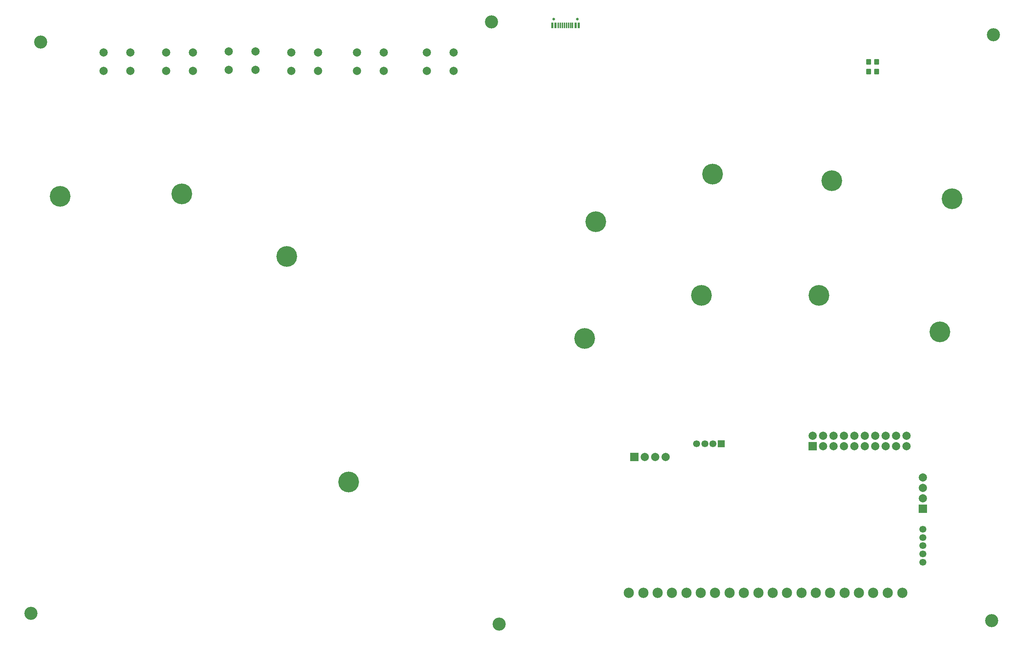
<source format=gts>
%TF.GenerationSoftware,KiCad,Pcbnew,(6.0.2)*%
%TF.CreationDate,2022-05-18T13:57:05-05:00*%
%TF.ProjectId,Pikin,50696b69-6e2e-46b6-9963-61645f706362,rev?*%
%TF.SameCoordinates,Original*%
%TF.FileFunction,Soldermask,Top*%
%TF.FilePolarity,Negative*%
%FSLAX46Y46*%
G04 Gerber Fmt 4.6, Leading zero omitted, Abs format (unit mm)*
G04 Created by KiCad (PCBNEW (6.0.2)) date 2022-05-18 13:57:05*
%MOMM*%
%LPD*%
G01*
G04 APERTURE LIST*
G04 Aperture macros list*
%AMRoundRect*
0 Rectangle with rounded corners*
0 $1 Rounding radius*
0 $2 $3 $4 $5 $6 $7 $8 $9 X,Y pos of 4 corners*
0 Add a 4 corners polygon primitive as box body*
4,1,4,$2,$3,$4,$5,$6,$7,$8,$9,$2,$3,0*
0 Add four circle primitives for the rounded corners*
1,1,$1+$1,$2,$3*
1,1,$1+$1,$4,$5*
1,1,$1+$1,$6,$7*
1,1,$1+$1,$8,$9*
0 Add four rect primitives between the rounded corners*
20,1,$1+$1,$2,$3,$4,$5,0*
20,1,$1+$1,$4,$5,$6,$7,0*
20,1,$1+$1,$6,$7,$8,$9,0*
20,1,$1+$1,$8,$9,$2,$3,0*%
G04 Aperture macros list end*
%ADD10C,5.050000*%
%ADD11C,2.000000*%
%ADD12C,0.650000*%
%ADD13R,0.600000X1.450000*%
%ADD14R,0.300000X1.450000*%
%ADD15C,3.200000*%
%ADD16RoundRect,0.250000X0.350000X0.450000X-0.350000X0.450000X-0.350000X-0.450000X0.350000X-0.450000X0*%
%ADD17RoundRect,0.250000X-0.350000X-0.450000X0.350000X-0.450000X0.350000X0.450000X-0.350000X0.450000X0*%
%ADD18R,2.000000X2.000000*%
%ADD19C,1.700000*%
%ADD20R,1.700000X1.700000*%
%ADD21C,2.500000*%
G04 APERTURE END LIST*
D10*
X319000000Y-109600000D03*
D11*
X127560000Y-73950000D03*
X134060000Y-73950000D03*
X127560000Y-78450000D03*
X134060000Y-78450000D03*
X173990000Y-73950000D03*
X180490000Y-73950000D03*
X180490000Y-78450000D03*
X173990000Y-78450000D03*
D12*
X221900000Y-65850000D03*
X227680000Y-65850000D03*
D13*
X228015000Y-67295000D03*
X227240000Y-67295000D03*
D14*
X226540000Y-67295000D03*
X226040000Y-67295000D03*
X225540000Y-67295000D03*
X225040000Y-67295000D03*
X224540000Y-67295000D03*
X224040000Y-67295000D03*
X223540000Y-67295000D03*
X223040000Y-67295000D03*
D13*
X222340000Y-67295000D03*
X221565000Y-67295000D03*
D10*
X316026800Y-142036800D03*
D15*
X97000000Y-71400000D03*
D10*
X232200000Y-115200000D03*
D16*
X300600000Y-76200000D03*
X298600000Y-76200000D03*
D10*
X260629400Y-103555800D03*
D15*
X94600000Y-210600000D03*
D11*
X112320000Y-73950000D03*
X118820000Y-73950000D03*
X112320000Y-78450000D03*
X118820000Y-78450000D03*
D15*
X329000000Y-69600000D03*
X206806800Y-66471800D03*
D11*
X158040000Y-73950000D03*
X164540000Y-73950000D03*
X164540000Y-78450000D03*
X158040000Y-78450000D03*
D10*
X101687000Y-108966000D03*
D15*
X208600000Y-213200000D03*
D17*
X298600000Y-78600000D03*
X300600000Y-78600000D03*
D10*
X156946600Y-123596400D03*
X289647000Y-105156000D03*
D11*
X191060000Y-73950000D03*
X197560000Y-73950000D03*
X191060000Y-78450000D03*
X197560000Y-78450000D03*
D10*
X229489000Y-143611600D03*
D11*
X307844049Y-169893505D03*
X307844049Y-167353505D03*
X305314049Y-169893505D03*
X305314049Y-167353505D03*
X302774049Y-169903505D03*
X302774049Y-167353505D03*
X300234049Y-169890185D03*
X300234049Y-167353505D03*
X297694049Y-169893505D03*
X297694049Y-167353505D03*
X295154049Y-169893505D03*
X295154049Y-167353505D03*
X292614049Y-169893505D03*
X292614049Y-167353505D03*
X290074049Y-169893505D03*
X290074049Y-167353505D03*
X287534049Y-169893505D03*
X287534049Y-167353505D03*
D18*
X284994049Y-169893505D03*
D11*
X284994049Y-167353505D03*
X311834049Y-177493505D03*
X311834049Y-180033505D03*
X311834049Y-182573505D03*
D18*
X311834049Y-185113505D03*
D19*
X311834049Y-190089505D03*
X311834049Y-192117505D03*
X311834049Y-194117505D03*
X311834049Y-196117505D03*
X311834049Y-198117505D03*
D20*
X262740049Y-169297505D03*
D19*
X260740049Y-169297505D03*
X258740049Y-169297505D03*
X256740049Y-169297505D03*
D11*
X249203049Y-172501505D03*
X246663049Y-172501505D03*
X244123049Y-172501505D03*
D18*
X241583049Y-172501505D03*
D21*
X306850049Y-205558505D03*
X303260049Y-205558505D03*
X299760049Y-205558505D03*
X296260049Y-205558505D03*
X292760049Y-205558505D03*
X289260049Y-205558505D03*
X285760049Y-205558505D03*
X282260049Y-205558505D03*
X278760049Y-205558505D03*
X275260049Y-205558505D03*
X271760049Y-205558505D03*
X268260049Y-205558505D03*
X264760049Y-205558505D03*
X261260049Y-205558505D03*
X257760049Y-205558505D03*
X254260049Y-205558505D03*
X250760049Y-205558505D03*
X247260049Y-205558505D03*
X243760049Y-205558505D03*
X240260049Y-205558505D03*
D10*
X257897000Y-133096000D03*
X286512000Y-133096000D03*
D15*
X328600000Y-212400000D03*
D10*
X131318000Y-108381800D03*
X172000000Y-178600000D03*
D11*
X142800000Y-73660000D03*
X149300000Y-73660000D03*
X149300000Y-78160000D03*
X142800000Y-78160000D03*
M02*

</source>
